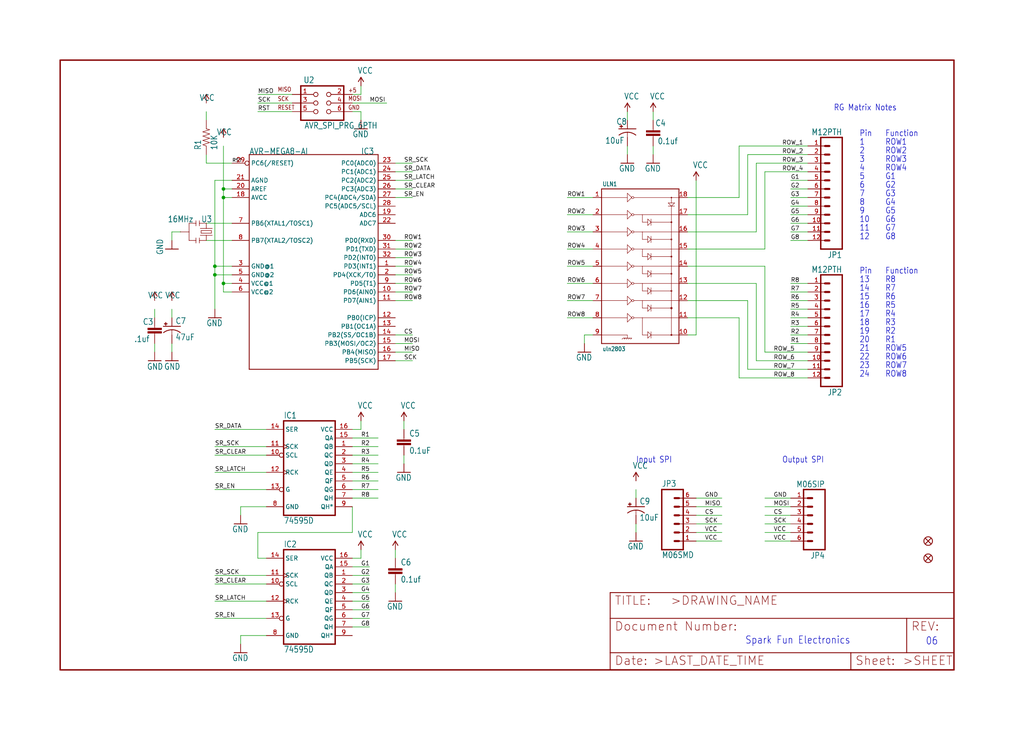
<source format=kicad_sch>
(kicad_sch (version 20211123) (generator eeschema)
  (paper "User" 302.666 218.846)
  (lib_symbols
    (symbol "eagleSchem-eagle-import:74595D"
      (property "Reference" "IC" (at -5.08 13.335 0))
      (property "Value" "74595D" (at -5.08 -17.78 0))
      (symbol "74595D_1_0"
        (pin tri_state line (at 15.24 5.08 180) (length 5.08) (name "QB") (number "1"))
        (pin input inverted (at -10.16 2.54 0) (length 5.08) (name "SCL") (number "10"))
        (pin input clock (at -10.16 5.08 0) (length 5.08) (name "SCK") (number "11"))
        (pin input clock (at -10.16 -2.54 0) (length 5.08) (name "RCK") (number "12"))
        (pin input inverted (at -10.16 -7.62 0) (length 5.08) (name "G") (number "13"))
        (pin input line (at -10.16 10.16 0) (length 5.08) (name "SER") (number "14"))
        (pin tri_state line (at 15.24 7.62 180) (length 5.08) (name "QA") (number "15"))
        (pin power_in line (at 15.24 10.16 180) (length 5.08) (name "VCC") (number "16"))
        (pin tri_state line (at 15.24 2.54 180) (length 5.08) (name "QC") (number "2"))
        (pin tri_state line (at 15.24 0 180) (length 5.08) (name "QD") (number "3"))
        (pin tri_state line (at 15.24 -2.54 180) (length 5.08) (name "QE") (number "4"))
        (pin tri_state line (at 15.24 -5.08 180) (length 5.08) (name "QF") (number "5"))
        (pin tri_state line (at 15.24 -7.62 180) (length 5.08) (name "QG") (number "6"))
        (pin tri_state line (at 15.24 -10.16 180) (length 5.08) (name "QH") (number "7"))
        (pin power_in line (at -10.16 -12.7 0) (length 5.08) (name "GND") (number "8"))
        (pin tri_state line (at 15.24 -12.7 180) (length 5.08) (name "QH*") (number "9"))
      )
    )
    (symbol "eagleSchem-eagle-import:AVR-MEGA8-AI"
      (property "Reference" "IC" (at -17.78 -40.64 0))
      (property "Value" "AVR-MEGA8-AI" (at -5.08 30.48 0))
      (symbol "AVR-MEGA8-AI_1_0"
        (pin bidirectional line (at 25.4 -5.08 180) (length 5.08) (name "PD3(INT1)") (number "1"))
        (pin bidirectional line (at 25.4 -12.7 180) (length 5.08) (name "PD6(AIN0)") (number "10"))
        (pin bidirectional line (at 25.4 -15.24 180) (length 5.08) (name "PD7(AIN1)") (number "11"))
        (pin bidirectional line (at 25.4 -20.32 180) (length 5.08) (name "PB0(ICP)") (number "12"))
        (pin bidirectional line (at 25.4 -22.86 180) (length 5.08) (name "PB1(OC1A)") (number "13"))
        (pin bidirectional line (at 25.4 -25.4 180) (length 5.08) (name "PB2(SS/OC1B)") (number "14"))
        (pin bidirectional line (at 25.4 -27.94 180) (length 5.08) (name "PB3(MOSI/OC2)") (number "15"))
        (pin bidirectional line (at 25.4 -30.48 180) (length 5.08) (name "PB4(MISO)") (number "16"))
        (pin bidirectional line (at 25.4 -33.02 180) (length 5.08) (name "PB5(SCK)") (number "17"))
        (pin bidirectional line (at -22.86 15.24 0) (length 5.08) (name "AVCC") (number "18"))
        (pin bidirectional line (at 25.4 10.16 180) (length 5.08) (name "ADC6") (number "19"))
        (pin bidirectional line (at 25.4 -7.62 180) (length 5.08) (name "PD4(XCK/T0)") (number "2"))
        (pin bidirectional line (at -22.86 17.78 0) (length 5.08) (name "AREF") (number "20"))
        (pin bidirectional line (at -22.86 20.32 0) (length 5.08) (name "AGND") (number "21"))
        (pin bidirectional line (at 25.4 7.62 180) (length 5.08) (name "ADC7") (number "22"))
        (pin bidirectional line (at 25.4 25.4 180) (length 5.08) (name "PC0(ADC0)") (number "23"))
        (pin bidirectional line (at 25.4 22.86 180) (length 5.08) (name "PC1(ADC1)") (number "24"))
        (pin bidirectional line (at 25.4 20.32 180) (length 5.08) (name "PC2(ADC2)") (number "25"))
        (pin bidirectional line (at 25.4 17.78 180) (length 5.08) (name "PC3(ADC3)") (number "26"))
        (pin bidirectional line (at 25.4 15.24 180) (length 5.08) (name "PC4(ADC4/SDA)") (number "27"))
        (pin bidirectional line (at 25.4 12.7 180) (length 5.08) (name "PC5(ADC5/SCL)") (number "28"))
        (pin bidirectional inverted (at -22.86 25.4 0) (length 5.08) (name "PC6(/RESET)") (number "29"))
        (pin bidirectional line (at -22.86 -5.08 0) (length 5.08) (name "GND@1") (number "3"))
        (pin bidirectional line (at 25.4 2.54 180) (length 5.08) (name "PD0(RXD)") (number "30"))
        (pin bidirectional line (at 25.4 0 180) (length 5.08) (name "PD1(TXD)") (number "31"))
        (pin bidirectional line (at 25.4 -2.54 180) (length 5.08) (name "PD2(INT0)") (number "32"))
        (pin bidirectional line (at -22.86 -10.16 0) (length 5.08) (name "VCC@1") (number "4"))
        (pin bidirectional line (at -22.86 -7.62 0) (length 5.08) (name "GND@2") (number "5"))
        (pin bidirectional line (at -22.86 -12.7 0) (length 5.08) (name "VCC@2") (number "6"))
        (pin bidirectional line (at -22.86 7.62 0) (length 5.08) (name "PB6(XTAL1/TOSC1)") (number "7"))
        (pin bidirectional line (at -22.86 2.54 0) (length 5.08) (name "PB7(XTAL2/TOSC2)") (number "8"))
        (pin bidirectional line (at 25.4 -10.16 180) (length 5.08) (name "PD5(T1)") (number "9"))
      )
    )
    (symbol "eagleSchem-eagle-import:AVR_SPI_PRG_6PTH"
      (property "Value" "AVR_SPI_PRG_6PTH" (at -4.064 -7.62 0))
      (symbol "AVR_SPI_PRG_6PTH_1_0"
        (text "+5" (at 8.89 3.048 0) (effects (font (size 1.27 1.0795)) (justify left bottom)))
        (text "GND" (at 8.89 -2.032 0) (effects (font (size 1.27 1.0795)) (justify left bottom)))
        (text "MISO" (at -11.938 3.302 0) (effects (font (size 1.27 1.0795)) (justify left bottom)))
        (text "MOSI" (at 8.89 0.635 0) (effects (font (size 1.27 1.0795)) (justify left bottom)))
        (text "RESET" (at -11.938 -2.032 0) (effects (font (size 1.27 1.0795)) (justify left bottom)))
        (text "SCK" (at -11.938 0.508 0) (effects (font (size 1.27 1.0795)) (justify left bottom)))
        (pin passive inverted (at -7.62 2.54 0) (length 7.62) (name "1") (number "1"))
        (pin passive inverted (at 10.16 2.54 180) (length 7.62) (name "2") (number "2"))
        (pin passive inverted (at -7.62 0 0) (length 7.62) (name "3") (number "3"))
        (pin passive inverted (at 10.16 0 180) (length 7.62) (name "4") (number "4"))
        (pin passive inverted (at -7.62 -2.54 0) (length 7.62) (name "5") (number "5"))
        (pin passive inverted (at 10.16 -2.54 180) (length 7.62) (name "6") (number "6"))
      )
    )
    (symbol "eagleSchem-eagle-import:CAP0402"
      (property "Reference" "C" (at 1.524 2.921 0))
      (property "Value" "CAP0402" (at 1.524 -2.159 0))
      (symbol "CAP0402_1_0"
        (pin passive line (at 0 5.08 270) (length 2.54) (name "1") (number "1"))
        (pin passive line (at 0 -2.54 90) (length 2.54) (name "2") (number "2"))
      )
    )
    (symbol "eagleSchem-eagle-import:CAP_POL1206"
      (property "Reference" "C" (at 1.016 0.635 0))
      (property "Value" "CAP_POL1206" (at 1.016 -4.191 0))
      (symbol "CAP_POL1206_1_0"
        (pin passive line (at 0 2.54 270) (length 2.54) (name "+") (number "A"))
        (pin passive line (at 0 -5.08 90) (length 2.54) (name "-") (number "C"))
      )
    )
    (symbol "eagleSchem-eagle-import:CAP_POL3528"
      (property "Reference" "C" (at 1.016 0.635 0))
      (property "Value" "CAP_POL3528" (at 1.016 -4.191 0))
      (symbol "CAP_POL3528_1_0"
        (pin passive line (at 0 2.54 270) (length 2.54) (name "+") (number "A"))
        (pin passive line (at 0 -5.08 90) (length 2.54) (name "-") (number "C"))
      )
    )
    (symbol "eagleSchem-eagle-import:DINA4_L"
      (symbol "DINA4_L_2_0"
        (text ">DRAWING_NAME" (at 17.78 19.05 0) (effects (font (size 2.54 2.54)) (justify left bottom)))
        (text ">LAST_DATE_TIME" (at 12.7 1.27 0) (effects (font (size 2.54 2.54)) (justify left bottom)))
        (text ">SHEET" (at 86.36 1.27 0) (effects (font (size 2.54 2.54)) (justify left bottom)))
        (text "Date:" (at 1.27 1.27 0) (effects (font (size 2.54 2.54)) (justify left bottom)))
        (text "Document Number:" (at 1.27 11.43 0) (effects (font (size 2.54 2.54)) (justify left bottom)))
        (text "REV:" (at 88.9 11.43 0) (effects (font (size 2.54 2.54)) (justify left bottom)))
        (text "Sheet:" (at 72.39 1.27 0) (effects (font (size 2.54 2.54)) (justify left bottom)))
        (text "TITLE:" (at 1.27 19.05 0) (effects (font (size 2.54 2.54)) (justify left bottom)))
      )
    )
    (symbol "eagleSchem-eagle-import:FIDUCIAL1X2")
    (symbol "eagleSchem-eagle-import:GND" (power)
      (property "Value" "GND" (at -2.54 -2.54 0))
      (symbol "GND_1_0"
        (pin power_in line (at 0 2.54 270) (length 2.54) (name "GND") (number "1"))
      )
    )
    (symbol "eagleSchem-eagle-import:M06SIP"
      (property "Reference" "JP" (at -5.08 10.922 0))
      (property "Value" "M06SIP" (at -5.08 -10.16 0))
      (symbol "M06SIP_1_0"
        (pin passive line (at 5.08 -5.08 180) (length 5.08) (name "1") (number "1"))
        (pin passive line (at 5.08 -2.54 180) (length 5.08) (name "2") (number "2"))
        (pin passive line (at 5.08 0 180) (length 5.08) (name "3") (number "3"))
        (pin passive line (at 5.08 2.54 180) (length 5.08) (name "4") (number "4"))
        (pin passive line (at 5.08 5.08 180) (length 5.08) (name "5") (number "5"))
        (pin passive line (at 5.08 7.62 180) (length 5.08) (name "6") (number "6"))
      )
    )
    (symbol "eagleSchem-eagle-import:M06SMD"
      (property "Reference" "JP" (at -5.08 10.922 0))
      (property "Value" "M06SMD" (at -5.08 -10.16 0))
      (symbol "M06SMD_1_0"
        (pin passive line (at 5.08 -5.08 180) (length 5.08) (name "1") (number "1"))
        (pin passive line (at 5.08 -2.54 180) (length 5.08) (name "2") (number "2"))
        (pin passive line (at 5.08 0 180) (length 5.08) (name "3") (number "3"))
        (pin passive line (at 5.08 2.54 180) (length 5.08) (name "4") (number "4"))
        (pin passive line (at 5.08 5.08 180) (length 5.08) (name "5") (number "5"))
        (pin passive line (at 5.08 7.62 180) (length 5.08) (name "6") (number "6"))
      )
    )
    (symbol "eagleSchem-eagle-import:M12PTH"
      (property "Reference" "JP" (at 0 16.002 0))
      (property "Value" "M12PTH" (at 0 -20.32 0))
      (symbol "M12PTH_1_0"
        (pin passive line (at 10.16 -15.24 180) (length 5.08) (name "1") (number "1"))
        (pin passive line (at 10.16 7.62 180) (length 5.08) (name "10") (number "10"))
        (pin passive line (at 10.16 10.16 180) (length 5.08) (name "11") (number "11"))
        (pin passive line (at 10.16 12.7 180) (length 5.08) (name "12") (number "12"))
        (pin passive line (at 10.16 -12.7 180) (length 5.08) (name "2") (number "2"))
        (pin passive line (at 10.16 -10.16 180) (length 5.08) (name "3") (number "3"))
        (pin passive line (at 10.16 -7.62 180) (length 5.08) (name "4") (number "4"))
        (pin passive line (at 10.16 -5.08 180) (length 5.08) (name "5") (number "5"))
        (pin passive line (at 10.16 -2.54 180) (length 5.08) (name "6") (number "6"))
        (pin passive line (at 10.16 0 180) (length 5.08) (name "7") (number "7"))
        (pin passive line (at 10.16 2.54 180) (length 5.08) (name "8") (number "8"))
        (pin passive line (at 10.16 5.08 180) (length 5.08) (name "9") (number "9"))
      )
    )
    (symbol "eagleSchem-eagle-import:RESISTOR0402"
      (property "Reference" "R" (at -3.81 1.4986 0))
      (property "Value" "RESISTOR0402" (at -3.81 -3.302 0))
      (symbol "RESISTOR0402_1_0"
        (pin passive line (at -5.08 0 0) (length 2.54) (name "1") (number "1"))
        (pin passive line (at 5.08 0 180) (length 2.54) (name "2") (number "2"))
      )
    )
    (symbol "eagleSchem-eagle-import:RESONATORSMD"
      (property "Value" "RESONATORSMD" (at 2.54 -7.62 0))
      (symbol "RESONATORSMD_1_0"
        (pin passive line (at -2.54 0 0) (length 0) (name "1") (number "1"))
        (pin passive line (at 0 -7.62 90) (length 0) (name "2") (number "2"))
        (pin passive line (at 2.54 0 180) (length 0) (name "3") (number "3"))
      )
    )
    (symbol "eagleSchem-eagle-import:ULN2803SOICW"
      (property "Reference" "ULN2803" (at -9.906 21.082 0))
      (property "Value" "ULN2803SOICW" (at -9.906 -27.686 0))
      (symbol "ULN2803SOICW_1_0"
        (pin bidirectional line (at -12.7 17.78 0) (length 2.54) (name "1") (number "1"))
        (pin bidirectional line (at 15.24 -22.86 180) (length 2.54) (name "10") (number "10"))
        (pin bidirectional line (at 15.24 -17.78 180) (length 2.54) (name "11") (number "11"))
        (pin bidirectional line (at 15.24 -12.7 180) (length 2.54) (name "12") (number "12"))
        (pin bidirectional line (at 15.24 -7.62 180) (length 2.54) (name "13") (number "13"))
        (pin bidirectional line (at 15.24 -2.54 180) (length 2.54) (name "14") (number "14"))
        (pin bidirectional line (at 15.24 2.54 180) (length 2.54) (name "15") (number "15"))
        (pin bidirectional line (at 15.24 7.62 180) (length 2.54) (name "16") (number "16"))
        (pin bidirectional line (at 15.24 12.7 180) (length 2.54) (name "17") (number "17"))
        (pin bidirectional line (at 15.24 17.78 180) (length 2.54) (name "18") (number "18"))
        (pin bidirectional line (at -12.7 12.7 0) (length 2.54) (name "2") (number "2"))
        (pin bidirectional line (at -12.7 7.62 0) (length 2.54) (name "3") (number "3"))
        (pin bidirectional line (at -12.7 2.54 0) (length 2.54) (name "4") (number "4"))
        (pin bidirectional line (at -12.7 -2.54 0) (length 2.54) (name "5") (number "5"))
        (pin bidirectional line (at -12.7 -7.62 0) (length 2.54) (name "6") (number "6"))
        (pin bidirectional line (at -12.7 -12.7 0) (length 2.54) (name "7") (number "7"))
        (pin bidirectional line (at -12.7 -17.78 0) (length 2.54) (name "8") (number "8"))
        (pin bidirectional line (at -12.7 -22.86 0) (length 2.54) (name "9") (number "9"))
      )
    )
    (symbol "eagleSchem-eagle-import:VCC" (power)
      (property "Value" "VCC" (at -1.016 3.556 0))
      (symbol "VCC_1_0"
        (pin power_in line (at 0 0 90) (length 2.54) (name "VCC") (number "1"))
      )
    )
  )
  (junction (at 66.04 83.82))
  (junction (at 63.5 81.28))
  (junction (at 63.5 78.74))
  (junction (at 66.04 55.88))
  (junction (at 66.04 58.42))
  (wire (pts (xy 226.06 73.66) (xy 226.06 50.8)))
  (wire (pts (xy 175.26 78.74) (xy 167.64 78.74)))
  (wire (pts (xy 226.06 78.74) (xy 203.2 78.74)))
  (wire (pts (xy 68.58 55.88) (xy 66.04 55.88)))
  (wire (pts (xy 104.14 177.8) (xy 109.22 177.8)))
  (wire (pts (xy 203.2 73.66) (xy 226.06 73.66)))
  (wire (pts (xy 66.04 86.36) (xy 66.04 83.82)))
  (wire (pts (xy 104.14 172.72) (xy 109.22 172.72)))
  (wire (pts (xy 172.72 99.06) (xy 172.72 101.6)))
  (wire (pts (xy 218.44 43.18) (xy 238.76 43.18)))
  (wire (pts (xy 68.58 71.12) (xy 60.96 71.12)))
  (wire (pts (xy 238.76 60.96) (xy 233.68 60.96)))
  (wire (pts (xy 104.14 165.1) (xy 106.68 165.1)))
  (wire (pts (xy 233.68 157.48) (xy 226.06 157.48)))
  (wire (pts (xy 116.84 71.12) (xy 121.92 71.12)))
  (wire (pts (xy 68.58 58.42) (xy 66.04 58.42)))
  (wire (pts (xy 175.26 68.58) (xy 167.64 68.58)))
  (wire (pts (xy 68.58 83.82) (xy 66.04 83.82)))
  (wire (pts (xy 205.74 152.4) (xy 213.36 152.4)))
  (wire (pts (xy 116.84 83.82) (xy 121.92 83.82)))
  (wire (pts (xy 220.98 45.72) (xy 238.76 45.72)))
  (wire (pts (xy 218.44 111.76) (xy 238.76 111.76)))
  (wire (pts (xy 187.96 144.78) (xy 187.96 147.32)))
  (wire (pts (xy 175.26 83.82) (xy 167.64 83.82)))
  (wire (pts (xy 76.2 33.02) (xy 86.36 33.02)))
  (wire (pts (xy 63.5 81.28) (xy 63.5 91.44)))
  (wire (pts (xy 68.58 81.28) (xy 63.5 81.28)))
  (wire (pts (xy 66.04 58.42) (xy 66.04 55.88)))
  (wire (pts (xy 175.26 99.06) (xy 172.72 99.06)))
  (wire (pts (xy 53.34 68.58) (xy 50.8 68.58)))
  (wire (pts (xy 66.04 48.26) (xy 60.96 48.26)))
  (wire (pts (xy 106.68 27.94) (xy 104.14 27.94)))
  (wire (pts (xy 175.26 93.98) (xy 167.64 93.98)))
  (wire (pts (xy 104.14 137.16) (xy 111.76 137.16)))
  (wire (pts (xy 104.14 175.26) (xy 109.22 175.26)))
  (wire (pts (xy 238.76 66.04) (xy 233.68 66.04)))
  (wire (pts (xy 116.84 48.26) (xy 121.92 48.26)))
  (wire (pts (xy 116.84 81.28) (xy 121.92 81.28)))
  (wire (pts (xy 71.12 149.86) (xy 71.12 152.4)))
  (wire (pts (xy 223.52 68.58) (xy 223.52 48.26)))
  (wire (pts (xy 233.68 154.94) (xy 226.06 154.94)))
  (wire (pts (xy 238.76 63.5) (xy 233.68 63.5)))
  (wire (pts (xy 187.96 154.94) (xy 187.96 157.48)))
  (wire (pts (xy 238.76 88.9) (xy 233.68 88.9)))
  (wire (pts (xy 78.74 182.88) (xy 63.5 182.88)))
  (wire (pts (xy 116.84 76.2) (xy 121.92 76.2)))
  (wire (pts (xy 238.76 101.6) (xy 233.68 101.6)))
  (wire (pts (xy 76.2 30.48) (xy 86.36 30.48)))
  (wire (pts (xy 238.76 91.44) (xy 233.68 91.44)))
  (wire (pts (xy 238.76 109.22) (xy 220.98 109.22)))
  (wire (pts (xy 45.72 93.98) (xy 45.72 91.44)))
  (wire (pts (xy 78.74 139.7) (xy 63.5 139.7)))
  (wire (pts (xy 223.52 106.68) (xy 238.76 106.68)))
  (wire (pts (xy 78.74 149.86) (xy 71.12 149.86)))
  (wire (pts (xy 220.98 88.9) (xy 203.2 88.9)))
  (wire (pts (xy 116.84 175.26) (xy 116.84 172.72)))
  (wire (pts (xy 50.8 68.58) (xy 50.8 71.12)))
  (wire (pts (xy 203.2 63.5) (xy 220.98 63.5)))
  (wire (pts (xy 76.2 27.94) (xy 86.36 27.94)))
  (wire (pts (xy 78.74 127) (xy 63.5 127)))
  (wire (pts (xy 116.84 104.14) (xy 121.92 104.14)))
  (wire (pts (xy 226.06 50.8) (xy 238.76 50.8)))
  (wire (pts (xy 203.2 68.58) (xy 223.52 68.58)))
  (wire (pts (xy 116.84 50.8) (xy 121.92 50.8)))
  (wire (pts (xy 185.42 33.02) (xy 185.42 35.56)))
  (wire (pts (xy 104.14 132.08) (xy 111.76 132.08)))
  (wire (pts (xy 238.76 83.82) (xy 233.68 83.82)))
  (wire (pts (xy 205.74 147.32) (xy 213.36 147.32)))
  (wire (pts (xy 116.84 165.1) (xy 116.84 162.56)))
  (wire (pts (xy 116.84 99.06) (xy 121.92 99.06)))
  (wire (pts (xy 50.8 93.98) (xy 50.8 91.44)))
  (wire (pts (xy 66.04 48.26) (xy 66.04 43.18)))
  (wire (pts (xy 205.74 154.94) (xy 213.36 154.94)))
  (wire (pts (xy 238.76 93.98) (xy 233.68 93.98)))
  (wire (pts (xy 203.2 99.06) (xy 205.74 99.06)))
  (wire (pts (xy 104.14 127) (xy 106.68 127)))
  (wire (pts (xy 71.12 187.96) (xy 71.12 190.5)))
  (wire (pts (xy 233.68 147.32) (xy 226.06 147.32)))
  (wire (pts (xy 66.04 48.26) (xy 66.04 55.88)))
  (wire (pts (xy 104.14 167.64) (xy 109.22 167.64)))
  (wire (pts (xy 60.96 48.26) (xy 60.96 45.72)))
  (wire (pts (xy 78.74 144.78) (xy 63.5 144.78)))
  (wire (pts (xy 45.72 101.6) (xy 45.72 104.14)))
  (wire (pts (xy 68.58 48.26) (xy 66.04 48.26)))
  (wire (pts (xy 63.5 53.34) (xy 63.5 78.74)))
  (wire (pts (xy 185.42 45.72) (xy 185.42 43.18)))
  (wire (pts (xy 78.74 172.72) (xy 63.5 172.72)))
  (wire (pts (xy 205.74 99.06) (xy 205.74 53.34)))
  (wire (pts (xy 218.44 93.98) (xy 218.44 111.76)))
  (wire (pts (xy 104.14 182.88) (xy 109.22 182.88)))
  (wire (pts (xy 104.14 30.48) (xy 114.3 30.48)))
  (wire (pts (xy 106.68 165.1) (xy 106.68 162.56)))
  (wire (pts (xy 226.06 78.74) (xy 226.06 104.14)))
  (wire (pts (xy 66.04 83.82) (xy 66.04 58.42)))
  (wire (pts (xy 175.26 73.66) (xy 167.64 73.66)))
  (wire (pts (xy 76.2 165.1) (xy 76.2 157.48)))
  (wire (pts (xy 104.14 139.7) (xy 111.76 139.7)))
  (wire (pts (xy 104.14 185.42) (xy 109.22 185.42)))
  (wire (pts (xy 233.68 160.02) (xy 226.06 160.02)))
  (wire (pts (xy 116.84 88.9) (xy 121.92 88.9)))
  (wire (pts (xy 104.14 157.48) (xy 104.14 149.86)))
  (wire (pts (xy 116.84 86.36) (xy 121.92 86.36)))
  (wire (pts (xy 238.76 58.42) (xy 233.68 58.42)))
  (wire (pts (xy 63.5 78.74) (xy 63.5 81.28)))
  (wire (pts (xy 104.14 142.24) (xy 111.76 142.24)))
  (wire (pts (xy 205.74 157.48) (xy 213.36 157.48)))
  (wire (pts (xy 175.26 88.9) (xy 167.64 88.9)))
  (wire (pts (xy 193.04 35.56) (xy 193.04 33.02)))
  (wire (pts (xy 78.74 132.08) (xy 63.5 132.08)))
  (wire (pts (xy 238.76 55.88) (xy 233.68 55.88)))
  (wire (pts (xy 68.58 78.74) (xy 63.5 78.74)))
  (wire (pts (xy 68.58 53.34) (xy 63.5 53.34)))
  (wire (pts (xy 205.74 160.02) (xy 213.36 160.02)))
  (wire (pts (xy 218.44 58.42) (xy 218.44 43.18)))
  (wire (pts (xy 238.76 68.58) (xy 233.68 68.58)))
  (wire (pts (xy 104.14 147.32) (xy 111.76 147.32)))
  (wire (pts (xy 116.84 53.34) (xy 121.92 53.34)))
  (wire (pts (xy 238.76 104.14) (xy 226.06 104.14)))
  (wire (pts (xy 78.74 177.8) (xy 63.5 177.8)))
  (wire (pts (xy 104.14 129.54) (xy 111.76 129.54)))
  (wire (pts (xy 50.8 101.6) (xy 50.8 104.14)))
  (wire (pts (xy 220.98 63.5) (xy 220.98 45.72)))
  (wire (pts (xy 116.84 101.6) (xy 121.92 101.6)))
  (wire (pts (xy 116.84 73.66) (xy 121.92 73.66)))
  (wire (pts (xy 104.14 170.18) (xy 109.22 170.18)))
  (wire (pts (xy 104.14 144.78) (xy 111.76 144.78)))
  (wire (pts (xy 175.26 58.42) (xy 167.64 58.42)))
  (wire (pts (xy 238.76 71.12) (xy 233.68 71.12)))
  (wire (pts (xy 233.68 152.4) (xy 226.06 152.4)))
  (wire (pts (xy 238.76 53.34) (xy 233.68 53.34)))
  (wire (pts (xy 116.84 106.68) (xy 121.92 106.68)))
  (wire (pts (xy 104.14 180.34) (xy 109.22 180.34)))
  (wire (pts (xy 106.68 127) (xy 106.68 124.46)))
  (wire (pts (xy 203.2 83.82) (xy 223.52 83.82)))
  (wire (pts (xy 220.98 109.22) (xy 220.98 88.9)))
  (wire (pts (xy 238.76 99.06) (xy 233.68 99.06)))
  (wire (pts (xy 78.74 187.96) (xy 71.12 187.96)))
  (wire (pts (xy 78.74 165.1) (xy 76.2 165.1)))
  (wire (pts (xy 119.38 127) (xy 119.38 124.46)))
  (wire (pts (xy 76.2 157.48) (xy 104.14 157.48)))
  (wire (pts (xy 203.2 93.98) (xy 218.44 93.98)))
  (wire (pts (xy 60.96 35.56) (xy 60.96 33.02)))
  (wire (pts (xy 116.84 55.88) (xy 121.92 55.88)))
  (wire (pts (xy 104.14 33.02) (xy 106.68 33.02)))
  (wire (pts (xy 175.26 63.5) (xy 167.64 63.5)))
  (wire (pts (xy 223.52 48.26) (xy 238.76 48.26)))
  (wire (pts (xy 116.84 78.74) (xy 121.92 78.74)))
  (wire (pts (xy 238.76 86.36) (xy 233.68 86.36)))
  (wire (pts (xy 205.74 149.86) (xy 213.36 149.86)))
  (wire (pts (xy 78.74 170.18) (xy 63.5 170.18)))
  (wire (pts (xy 106.68 27.94) (xy 106.68 25.4)))
  (wire (pts (xy 78.74 134.62) (xy 63.5 134.62)))
  (wire (pts (xy 193.04 45.72) (xy 193.04 43.18)))
  (wire (pts (xy 233.68 149.86) (xy 226.06 149.86)))
  (wire (pts (xy 68.58 66.04) (xy 60.96 66.04)))
  (wire (pts (xy 223.52 83.82) (xy 223.52 106.68)))
  (wire (pts (xy 104.14 134.62) (xy 111.76 134.62)))
  (wire (pts (xy 119.38 137.16) (xy 119.38 134.62)))
  (wire (pts (xy 238.76 96.52) (xy 233.68 96.52)))
  (wire (pts (xy 68.58 86.36) (xy 66.04 86.36)))
  (wire (pts (xy 106.68 33.02) (xy 106.68 35.56)))
  (wire (pts (xy 116.84 58.42) (xy 121.92 58.42)))
  (wire (pts (xy 203.2 58.42) (xy 218.44 58.42)))
  (text "R4" (at 261.62 93.98 180) (effects (font (size 1.778 1.5113)) (justify left bottom)))
  (text "R6" (at 261.62 88.9 180) (effects (font (size 1.778 1.5113)) (justify left bottom)))
  (text "ROW5" (at 261.62 104.14 180) (effects (font (size 1.778 1.5113)) (justify left bottom)))
  (text "G4" (at 261.62 60.96 180) (effects (font (size 1.778 1.5113)) (justify left bottom)))
  (text "G5" (at 261.62 63.5 180) (effects (font (size 1.778 1.5113)) (justify left bottom)))
  (text "G2" (at 261.62 55.88 180) (effects (font (size 1.778 1.5113)) (justify left bottom)))
  (text "ROW8" (at 261.62 111.76 180) (effects (font (size 1.778 1.5113)) (justify left bottom)))
  (text "Function" (at 261.62 81.28 180) (effects (font (size 1.778 1.5113)) (justify left bottom)))
  (text "1" (at 254 43.18 180) (effects (font (size 1.778 1.5113)) (justify left bottom)))
  (text "19" (at 254 99.06 180) (effects (font (size 1.778 1.5113)) (justify left bottom)))
  (text "ROW4" (at 261.62 50.8 180) (effects (font (size 1.778 1.5113)) (justify left bottom)))
  (text "Pin" (at 254 40.64 180) (effects (font (size 1.778 1.5113)) (justify left bottom)))
  (text "G8" (at 261.62 71.12 180) (effects (font (size 1.778 1.5113)) (justify left bottom)))
  (text "R3" (at 261.62 96.52 180) (effects (font (size 1.778 1.5113)) (justify left bottom)))
  (text "16" (at 254 91.44 180) (effects (font (size 1.778 1.5113)) (justify left bottom)))
  (text "ROW7" (at 261.62 109.22 180) (effects (font (size 1.778 1.5113)) (justify left bottom)))
  (text "6" (at 254 55.88 180) (effects (font (size 1.778 1.5113)) (justify left bottom)))
  (text "R1" (at 261.62 101.6 180) (effects (font (size 1.778 1.5113)) (justify left bottom)))
  (text "2" (at 254 45.72 180) (effects (font (size 1.778 1.5113)) (justify left bottom)))
  (text "G3" (at 261.62 58.42 180) (effects (font (size 1.778 1.5113)) (justify left bottom)))
  (text "23" (at 254 109.22 180) (effects (font (size 1.778 1.5113)) (justify left bottom)))
  (text "R5" (at 261.62 91.44 180) (effects (font (size 1.778 1.5113)) (justify left bottom)))
  (text "8" (at 254 60.96 180) (effects (font (size 1.778 1.5113)) (justify left bottom)))
  (text "4" (at 254 50.8 180) (effects (font (size 1.778 1.5113)) (justify left bottom)))
  (text "R7" (at 261.62 86.36 180) (effects (font (size 1.778 1.5113)) (justify left bottom)))
  (text "ROW3" (at 261.62 48.26 180) (effects (font (size 1.778 1.5113)) (justify left bottom)))
  (text "R8" (at 261.62 83.82 180) (effects (font (size 1.778 1.5113)) (justify left bottom)))
  (text "Input SPI" (at 187.96 137.16 180) (effects (font (size 1.778 1.5113)) (justify left bottom)))
  (text "7" (at 254 58.42 180) (effects (font (size 1.778 1.5113)) (justify left bottom)))
  (text "G7" (at 261.62 68.58 180) (effects (font (size 1.778 1.5113)) (justify left bottom)))
  (text "5" (at 254 53.34 180) (effects (font (size 1.778 1.5113)) (justify left bottom)))
  (text "06" (at 273.558 191.008 180) (effects (font (size 2.1844 1.8567)) (justify left bottom)))
  (text "9" (at 254 63.5 180) (effects (font (size 1.778 1.5113)) (justify left bottom)))
  (text "17" (at 254 93.98 180) (effects (font (size 1.778 1.5113)) (justify left bottom)))
  (text "ROW2" (at 261.62 45.72 180) (effects (font (size 1.778 1.5113)) (justify left bottom)))
  (text "18" (at 254 96.52 180) (effects (font (size 1.778 1.5113)) (justify left bottom)))
  (text "RG Matrix Notes" (at 246.38 33.02 180) (effects (font (size 1.778 1.5113)) (justify left bottom)))
  (text "Function" (at 261.62 40.64 180) (effects (font (size 1.778 1.5113)) (justify left bottom)))
  (text "20" (at 254 101.6 180) (effects (font (size 1.778 1.5113)) (justify left bottom)))
  (text "G1" (at 261.62 53.34 180) (effects (font (size 1.778 1.5113)) (justify left bottom)))
  (text "G6" (at 261.62 66.04 180) (effects (font (size 1.778 1.5113)) (justify left bottom)))
  (text "24" (at 254 111.76 180) (effects (font (size 1.778 1.5113)) (justify left bottom)))
  (text "13" (at 254 83.82 180) (effects (font (size 1.778 1.5113)) (justify left bottom)))
  (text "15" (at 254 88.9 180) (effects (font (size 1.778 1.5113)) (justify left bottom)))
  (text "Spark Fun Electronics" (at 220.218 190.754 180) (effects (font (size 2.1844 1.8567)) (justify left bottom)))
  (text "12" (at 254 71.12 180) (effects (font (size 1.778 1.5113)) (justify left bottom)))
  (text "Pin" (at 254 81.28 180) (effects (font (size 1.778 1.5113)) (justify left bottom)))
  (text "ROW6" (at 261.62 106.68 180) (effects (font (size 1.778 1.5113)) (justify left bottom)))
  (text "Output SPI" (at 231.14 137.16 180) (effects (font (size 1.778 1.5113)) (justify left bottom)))
  (text "22" (at 254 106.68 180) (effects (font (size 1.778 1.5113)) (justify left bottom)))
  (text "21" (at 254 104.14 180) (effects (font (size 1.778 1.5113)) (justify left bottom)))
  (text "11" (at 254 68.58 180) (effects (font (size 1.778 1.5113)) (justify left bottom)))
  (text "3" (at 254 48.26 180) (effects (font (size 1.778 1.5113)) (justify left bottom)))
  (text "R2" (at 261.62 99.06 180) (effects (font (size 1.778 1.5113)) (justify left bottom)))
  (text "14" (at 254 86.36 180) (effects (font (size 1.778 1.5113)) (justify left bottom)))
  (text "10" (at 254 66.04 180) (effects (font (size 1.778 1.5113)) (justify left bottom)))
  (text "ROW1" (at 261.62 43.18 180) (effects (font (size 1.778 1.5113)) (justify left bottom)))
  (label "R4" (at 106.68 137.16 0) (effects (font (size 1.2446 1.2446))))
  (label "SR_SCK" (at 63.5 170.18 0) (effects (font (size 1.2446 1.2446))))
  (label "ROW5" (at 167.64 78.74 0) (effects (font (size 1.2446 1.2446))))
  (label "GND" (at 228.6 147.32 0) (effects (font (size 1.2446 1.2446))))
  (label "R3" (at 233.68 96.52 0) (effects (font (size 1.2446 1.2446))))
  (label "SR_DATA" (at 63.5 127 0) (effects (font (size 1.2446 1.2446))))
  (label "VCC" (at 208.28 157.48 0) (effects (font (size 1.2446 1.2446))))
  (label "ROW3" (at 119.38 76.2 0) (effects (font (size 1.2446 1.2446))))
  (label "G5" (at 233.68 63.5 0) (effects (font (size 1.2446 1.2446))))
  (label "R6" (at 233.68 88.9 0) (effects (font (size 1.2446 1.2446))))
  (label "SCK" (at 119.38 106.68 0) (effects (font (size 1.2446 1.2446))))
  (label "R6" (at 106.68 142.24 0) (effects (font (size 1.2446 1.2446))))
  (label "ROW_7" (at 228.6 109.22 0) (effects (font (size 1.2446 1.2446))))
  (label "SR_SCK" (at 63.5 132.08 0) (effects (font (size 1.2446 1.2446))))
  (label "G1" (at 233.68 53.34 0) (effects (font (size 1.2446 1.2446))))
  (label "ROW_3" (at 231.14 48.26 0) (effects (font (size 1.2446 1.2446))))
  (label "SR_CLEAR" (at 63.5 134.62 0) (effects (font (size 1.2446 1.2446))))
  (label "SCK" (at 208.28 154.94 0) (effects (font (size 1.2446 1.2446))))
  (label "ROW_4" (at 231.14 50.8 0) (effects (font (size 1.2446 1.2446))))
  (label "G5" (at 106.68 177.8 0) (effects (font (size 1.2446 1.2446))))
  (label "GND" (at 208.28 147.32 0) (effects (font (size 1.2446 1.2446))))
  (label "RST" (at 76.2 33.02 0) (effects (font (size 1.2446 1.2446))))
  (label "SR_LATCH" (at 63.5 177.8 0) (effects (font (size 1.2446 1.2446))))
  (label "G2" (at 106.68 170.18 0) (effects (font (size 1.2446 1.2446))))
  (label "SR_EN" (at 63.5 182.88 0) (effects (font (size 1.2446 1.2446))))
  (label "R2" (at 233.68 99.06 0) (effects (font (size 1.2446 1.2446))))
  (label "SR_CLEAR" (at 119.38 55.88 0) (effects (font (size 1.2446 1.2446))))
  (label "SR_EN" (at 119.38 58.42 0) (effects (font (size 1.2446 1.2446))))
  (label "RST" (at 68.58 48.26 0) (effects (font (size 1.016 1.016))))
  (label "G8" (at 233.68 71.12 0) (effects (font (size 1.2446 1.2446))))
  (label "MISO" (at 208.28 149.86 0) (effects (font (size 1.2446 1.2446))))
  (label "SR_SCK" (at 119.38 48.26 0) (effects (font (size 1.2446 1.2446))))
  (label "G4" (at 106.68 175.26 0) (effects (font (size 1.2446 1.2446))))
  (label "ROW_1" (at 231.14 43.18 0) (effects (font (size 1.2446 1.2446))))
  (label "ROW_8" (at 228.6 111.76 0) (effects (font (size 1.2446 1.2446))))
  (label "ROW4" (at 119.38 78.74 0) (effects (font (size 1.2446 1.2446))))
  (label "ROW_6" (at 228.6 106.68 0) (effects (font (size 1.2446 1.2446))))
  (label "ROW4" (at 167.64 73.66 0) (effects (font (size 1.2446 1.2446))))
  (label "CS" (at 208.28 152.4 0) (effects (font (size 1.2446 1.2446))))
  (label "ROW7" (at 119.38 86.36 0) (effects (font (size 1.2446 1.2446))))
  (label "CS" (at 228.6 152.4 0) (effects (font (size 1.2446 1.2446))))
  (label "MISO" (at 76.2 27.94 0) (effects (font (size 1.2446 1.2446))))
  (label "R8" (at 106.68 147.32 0) (effects (font (size 1.2446 1.2446))))
  (label "ROW2" (at 119.38 73.66 0) (effects (font (size 1.2446 1.2446))))
  (label "R4" (at 233.68 93.98 0) (effects (font (size 1.2446 1.2446))))
  (label "ROW7" (at 167.64 88.9 0) (effects (font (size 1.2446 1.2446))))
  (label "G7" (at 233.68 68.58 0) (effects (font (size 1.2446 1.2446))))
  (label "ROW1" (at 167.64 58.42 0) (effects (font (size 1.2446 1.2446))))
  (label "MOSI" (at 119.38 101.6 0) (effects (font (size 1.2446 1.2446))))
  (label "SR_DATA" (at 119.38 50.8 0) (effects (font (size 1.2446 1.2446))))
  (label "ROW1" (at 119.38 71.12 0) (effects (font (size 1.2446 1.2446))))
  (label "MOSI" (at 109.22 30.48 0) (effects (font (size 1.2446 1.2446))))
  (label "SR_CLEAR" (at 63.5 172.72 0) (effects (font (size 1.2446 1.2446))))
  (label "ROW2" (at 167.64 63.5 0) (effects (font (size 1.2446 1.2446))))
  (label "MOSI" (at 228.6 149.86 0) (effects (font (size 1.2446 1.2446))))
  (label "R1" (at 233.68 101.6 0) (effects (font (size 1.2446 1.2446))))
  (label "SR_LATCH" (at 119.38 53.34 0) (effects (font (size 1.2446 1.2446))))
  (label "SCK" (at 76.2 30.48 0) (effects (font (size 1.2446 1.2446))))
  (label "ROW8" (at 167.64 93.98 0) (effects (font (size 1.2446 1.2446))))
  (label "ROW8" (at 119.38 88.9 0) (effects (font (size 1.2446 1.2446))))
  (label "CS" (at 119.38 99.06 0) (effects (font (size 1.2446 1.2446))))
  (label "SR_EN" (at 63.5 144.78 0) (effects (font (size 1.2446 1.2446))))
  (label "G7" (at 106.68 182.88 0) (effects (font (size 1.2446 1.2446))))
  (label "ROW6" (at 119.38 83.82 0) (effects (font (size 1.2446 1.2446))))
  (label "VCC" (at 208.28 160.02 0) (effects (font (size 1.2446 1.2446))))
  (label "G1" (at 106.68 167.64 0) (effects (font (size 1.2446 1.2446))))
  (label "ROW3" (at 167.64 68.58 0) (effects (font (size 1.2446 1.2446))))
  (label "R3" (at 106.68 134.62 0) (effects (font (size 1.2446 1.2446))))
  (label "ROW6" (at 167.64 83.82 0) (effects (font (size 1.2446 1.2446))))
  (label "G2" (at 233.68 55.88 0) (effects (font (size 1.2446 1.2446))))
  (label "ROW_5" (at 228.6 104.14 0) (effects (font (size 1.2446 1.2446))))
  (label "G3" (at 106.68 172.72 0) (effects (font (size 1.2446 1.2446))))
  (label "R7" (at 106.68 144.78 0) (effects (font (size 1.2446 1.2446))))
  (label "VCC" (at 228.6 157.48 0) (effects (font (size 1.2446 1.2446))))
  (label "R5" (at 106.68 139.7 0) (effects (font (size 1.2446 1.2446))))
  (label "R2" (at 106.68 132.08 0) (effects (font (size 1.2446 1.2446))))
  (label "R5" (at 233.68 91.44 0) (effects (font (size 1.2446 1.2446))))
  (label "VCC" (at 228.6 160.02 0) (effects (font (size 1.2446 1.2446))))
  (label "R7" (at 233.68 86.36 0) (effects (font (size 1.2446 1.2446))))
  (label "G4" (at 233.68 60.96 0) (effects (font (size 1.2446 1.2446))))
  (label "R8" (at 233.68 83.82 0) (effects (font (size 1.2446 1.2446))))
  (label "ROW5" (at 119.38 81.28 0) (effects (font (size 1.2446 1.2446))))
  (label "ROW_2" (at 231.14 45.72 0) (effects (font (size 1.2446 1.2446))))
  (label "R1" (at 106.68 129.54 0) (effects (font (size 1.2446 1.2446))))
  (label "G3" (at 233.68 58.42 0) (effects (font (size 1.2446 1.2446))))
  (label "G6" (at 106.68 180.34 0) (effects (font (size 1.2446 1.2446))))
  (label "MISO" (at 119.38 104.14 0) (effects (font (size 1.2446 1.2446))))
  (label "SR_LATCH" (at 63.5 139.7 0) (effects (font (size 1.2446 1.2446))))
  (label "SCK" (at 228.6 154.94 0) (effects (font (size 1.2446 1.2446))))
  (label "G8" (at 106.68 185.42 0) (effects (font (size 1.2446 1.2446))))
  (label "G6" (at 233.68 66.04 0) (effects (font (size 1.2446 1.2446))))
  (symbol (lib_id "eagleSchem-eagle-import:CAP_POL1206") (at 187.96 149.86 0) (unit 1)
    (property "Reference" "C9" (at 188.976 149.225 0) (effects (font (size 1.778 1.5113)) (justify left bottom)))
    (property "Value" "10uF" (at 188.976 154.051 0) (effects (font (size 1.778 1.5113)) (justify left bottom)))
    (property "Footprint" "eagleSchem:EIA3216" (effects hide))
  )
  (symbol (lib_id "eagleSchem-eagle-import:GND") (at 187.96 160.02 0) (unit 1)
    (property "Reference" "#GND14" (effects hide))
    (property "Value" "GND" (at 185.42 162.56 0) (effects (font (size 1.778 1.5113)) (justify left bottom)))
    (property "Footprint" "eagleSchem:" (effects hide))
  )
  (symbol (lib_id "eagleSchem-eagle-import:VCC") (at 193.04 33.02 0) (unit 1)
    (property "Reference" "#P+9" (effects hide))
    (property "Value" "VCC" (at 192.024 29.464 0) (effects (font (size 1.778 1.5113)) (justify left bottom)))
    (property "Footprint" "eagleSchem:" (effects hide))
  )
  (symbol (lib_id "eagleSchem-eagle-import:VCC") (at 187.96 142.24 0) (unit 1)
    (property "Reference" "#P+11" (effects hide))
    (property "Value" "VCC" (at 186.944 138.684 0) (effects (font (size 1.778 1.5113)) (justify left bottom)))
    (property "Footprint" "eagleSchem:" (effects hide))
  )
  (symbol (lib_id "eagleSchem-eagle-import:VCC") (at 205.74 53.34 0) (unit 1)
    (property "Reference" "#P+4" (effects hide))
    (property "Value" "VCC" (at 204.724 49.784 0) (effects (font (size 1.778 1.5113)) (justify left bottom)))
    (property "Footprint" "eagleSchem:" (effects hide))
  )
  (symbol (lib_id "eagleSchem-eagle-import:M06SMD") (at 200.66 154.94 0) (unit 1)
    (property "Reference" "JP3" (at 195.58 144.018 0) (effects (font (size 1.778 1.5113)) (justify left bottom)))
    (property "Value" "M06SMD" (at 195.58 165.1 0) (effects (font (size 1.778 1.5113)) (justify left bottom)))
    (property "Footprint" "eagleSchem:1X06-SMD" (effects hide))
  )
  (symbol (lib_id "eagleSchem-eagle-import:VCC") (at 50.8 88.9 0) (unit 1)
    (property "Reference" "#P+13" (effects hide))
    (property "Value" "VCC" (at 53.34 86.36 0) (effects (font (size 1.778 1.5113)) (justify right top)))
    (property "Footprint" "eagleSchem:" (effects hide))
  )
  (symbol (lib_id "eagleSchem-eagle-import:CAP0402") (at 116.84 170.18 0) (unit 1)
    (property "Reference" "C6" (at 118.364 167.259 0) (effects (font (size 1.778 1.5113)) (justify left bottom)))
    (property "Value" "0.1uf" (at 118.364 172.339 0) (effects (font (size 1.778 1.5113)) (justify left bottom)))
    (property "Footprint" "eagleSchem:C0402" (effects hide))
  )
  (symbol (lib_id "eagleSchem-eagle-import:FIDUCIAL1X2") (at 274.32 160.02 0) (unit 1)
    (property "Reference" "U$1" (effects hide))
    (property "Value" "FIDUCIAL1X2" (effects hide))
    (property "Footprint" "eagleSchem:FIDUCIAL-1X2" (effects hide))
  )
  (symbol (lib_id "eagleSchem-eagle-import:GND") (at 185.42 48.26 0) (unit 1)
    (property "Reference" "#GND10" (effects hide))
    (property "Value" "GND" (at 182.88 50.8 0) (effects (font (size 1.778 1.5113)) (justify left bottom)))
    (property "Footprint" "eagleSchem:" (effects hide))
  )
  (symbol (lib_id "eagleSchem-eagle-import:CAP0402") (at 193.04 38.1 180) (unit 1)
    (property "Reference" "C4" (at 196.85 35.433 0) (effects (font (size 1.778 1.5113)) (justify left bottom)))
    (property "Value" "0.1uf" (at 200.406 40.767 0) (effects (font (size 1.778 1.5113)) (justify left bottom)))
    (property "Footprint" "eagleSchem:C0402" (effects hide))
  )
  (symbol (lib_id "eagleSchem-eagle-import:GND") (at 71.12 193.04 0) (unit 1)
    (property "Reference" "#GND5" (effects hide))
    (property "Value" "GND" (at 68.58 195.58 0) (effects (font (size 1.778 1.5113)) (justify left bottom)))
    (property "Footprint" "eagleSchem:" (effects hide))
  )
  (symbol (lib_id "eagleSchem-eagle-import:GND") (at 106.68 38.1 0) (unit 1)
    (property "Reference" "#GND12" (effects hide))
    (property "Value" "GND" (at 104.14 40.64 0) (effects (font (size 1.778 1.5113)) (justify left bottom)))
    (property "Footprint" "eagleSchem:" (effects hide))
  )
  (symbol (lib_id "eagleSchem-eagle-import:74595D") (at 88.9 175.26 0) (unit 1)
    (property "Reference" "IC2" (at 83.82 161.925 0) (effects (font (size 1.778 1.5113)) (justify left bottom)))
    (property "Value" "74595D" (at 83.82 193.04 0) (effects (font (size 1.778 1.5113)) (justify left bottom)))
    (property "Footprint" "eagleSchem:SO16" (effects hide))
  )
  (symbol (lib_id "eagleSchem-eagle-import:FIDUCIAL1X2") (at 274.32 165.1 0) (unit 1)
    (property "Reference" "U$3" (effects hide))
    (property "Value" "FIDUCIAL1X2" (effects hide))
    (property "Footprint" "eagleSchem:FIDUCIAL-1X2" (effects hide))
  )
  (symbol (lib_id "eagleSchem-eagle-import:CAP0402") (at 119.38 132.08 0) (unit 1)
    (property "Reference" "C5" (at 120.904 129.159 0) (effects (font (size 1.778 1.5113)) (justify left bottom)))
    (property "Value" "0.1uF" (at 120.904 134.239 0) (effects (font (size 1.778 1.5113)) (justify left bottom)))
    (property "Footprint" "eagleSchem:C0402" (effects hide))
  )
  (symbol (lib_id "eagleSchem-eagle-import:DINA4_L") (at 17.78 198.12 0) (unit 1)
    (property "Reference" "#FRAME1" (effects hide))
    (property "Value" "DINA4_L" (effects hide))
    (property "Footprint" "eagleSchem:" (effects hide))
  )
  (symbol (lib_id "eagleSchem-eagle-import:VCC") (at 45.72 88.9 0) (unit 1)
    (property "Reference" "#P+14" (effects hide))
    (property "Value" "VCC" (at 48.26 86.36 0) (effects (font (size 1.778 1.5113)) (justify right top)))
    (property "Footprint" "eagleSchem:" (effects hide))
  )
  (symbol (lib_id "eagleSchem-eagle-import:CAP0402") (at 45.72 99.06 0) (unit 1)
    (property "Reference" "C3" (at 42.164 96.139 0) (effects (font (size 1.778 1.5113)) (justify left bottom)))
    (property "Value" ".1uf" (at 39.624 101.219 0) (effects (font (size 1.778 1.5113)) (justify left bottom)))
    (property "Footprint" "eagleSchem:C0402" (effects hide))
  )
  (symbol (lib_id "eagleSchem-eagle-import:GND") (at 71.12 154.94 0) (unit 1)
    (property "Reference" "#GND4" (effects hide))
    (property "Value" "GND" (at 68.58 157.48 0) (effects (font (size 1.778 1.5113)) (justify left bottom)))
    (property "Footprint" "eagleSchem:" (effects hide))
  )
  (symbol (lib_id "eagleSchem-eagle-import:CAP_POL1206") (at 185.42 38.1 0) (unit 1)
    (property "Reference" "C8" (at 182.118 36.957 0) (effects (font (size 1.778 1.5113)) (justify left bottom)))
    (property "Value" "10uF" (at 178.816 42.545 0) (effects (font (size 1.778 1.5113)) (justify left bottom)))
    (property "Footprint" "eagleSchem:EIA3216" (effects hide))
  )
  (symbol (lib_id "eagleSchem-eagle-import:GND") (at 116.84 177.8 0) (unit 1)
    (property "Reference" "#GND7" (effects hide))
    (property "Value" "GND" (at 114.3 180.34 0) (effects (font (size 1.778 1.5113)) (justify left bottom)))
    (property "Footprint" "eagleSchem:" (effects hide))
  )
  (symbol (lib_id "eagleSchem-eagle-import:74595D") (at 88.9 137.16 0) (unit 1)
    (property "Reference" "IC1" (at 83.82 123.825 0) (effects (font (size 1.778 1.5113)) (justify left bottom)))
    (property "Value" "74595D" (at 83.82 154.94 0) (effects (font (size 1.778 1.5113)) (justify left bottom)))
    (property "Footprint" "eagleSchem:SO16" (effects hide))
  )
  (symbol (lib_id "eagleSchem-eagle-import:VCC") (at 66.04 40.64 0) (unit 1)
    (property "Reference" "#P+1" (effects hide))
    (property "Value" "VCC" (at 68.58 38.1 0) (effects (font (size 1.778 1.5113)) (justify right top)))
    (property "Footprint" "eagleSchem:" (effects hide))
  )
  (symbol (lib_id "eagleSchem-eagle-import:M12PTH") (at 248.92 58.42 180) (unit 1)
    (property "Reference" "JP1" (at 248.92 74.422 0) (effects (font (size 1.778 1.5113)) (justify left bottom)))
    (property "Value" "M12PTH" (at 248.92 38.1 0) (effects (font (size 1.778 1.5113)) (justify left bottom)))
    (property "Footprint" "eagleSchem:1X12" (effects hide))
  )
  (symbol (lib_id "eagleSchem-eagle-import:VCC") (at 106.68 25.4 0) (unit 1)
    (property "Reference" "#P+7" (effects hide))
    (property "Value" "VCC" (at 105.664 21.844 0) (effects (font (size 1.778 1.5113)) (justify left bottom)))
    (property "Footprint" "eagleSchem:" (effects hide))
  )
  (symbol (lib_id "eagleSchem-eagle-import:VCC") (at 106.68 124.46 0) (unit 1)
    (property "Reference" "#P+3" (effects hide))
    (property "Value" "VCC" (at 105.664 120.904 0) (effects (font (size 1.778 1.5113)) (justify left bottom)))
    (property "Footprint" "eagleSchem:" (effects hide))
  )
  (symbol (lib_id "eagleSchem-eagle-import:GND") (at 45.72 106.68 0) (unit 1)
    (property "Reference" "#GND8" (effects hide))
    (property "Value" "GND" (at 48.26 107.442 0) (effects (font (size 1.778 1.5113)) (justify right top)))
    (property "Footprint" "eagleSchem:" (effects hide))
  )
  (symbol (lib_id "eagleSchem-eagle-import:AVR-MEGA8-AI") (at 91.44 73.66 0) (unit 1)
    (property "Reference" "IC3" (at 106.68 45.72 0) (effects (font (size 1.778 1.5113)) (justify left bottom)))
    (property "Value" "AVR-MEGA8-AI" (at 73.66 45.72 0) (effects (font (size 1.778 1.5113)) (justify left bottom)))
    (property "Footprint" "eagleSchem:TQFP32-08" (effects hide))
  )
  (symbol (lib_id "eagleSchem-eagle-import:RESONATORSMD") (at 60.96 68.58 270) (unit 1)
    (property "Reference" "U3" (at 59.436 65.786 90) (effects (font (size 1.778 1.5113)) (justify left bottom)))
    (property "Value" "16MHz" (at 49.53 65.786 90) (effects (font (size 1.778 1.5113)) (justify left bottom)))
    (property "Footprint" "eagleSchem:RESONATOR-SMD" (effects hide))
  )
  (symbol (lib_id "eagleSchem-eagle-import:CAP_POL3528") (at 50.8 96.52 0) (unit 1)
    (property "Reference" "C7" (at 51.816 95.885 0) (effects (font (size 1.778 1.5113)) (justify left bottom)))
    (property "Value" "47uF" (at 51.816 100.711 0) (effects (font (size 1.778 1.5113)) (justify left bottom)))
    (property "Footprint" "eagleSchem:EIA3528" (effects hide))
  )
  (symbol (lib_id "eagleSchem-eagle-import:GND") (at 50.8 73.66 0) (unit 1)
    (property "Reference" "#GND2" (effects hide))
    (property "Value" "GND" (at 48.26 75.438 90) (effects (font (size 1.778 1.5113)) (justify left bottom)))
    (property "Footprint" "eagleSchem:" (effects hide))
  )
  (symbol (lib_id "eagleSchem-eagle-import:VCC") (at 106.68 162.56 0) (unit 1)
    (property "Reference" "#P+2" (effects hide))
    (property "Value" "VCC" (at 105.664 159.004 0) (effects (font (size 1.778 1.5113)) (justify left bottom)))
    (property "Footprint" "eagleSchem:" (effects hide))
  )
  (symbol (lib_id "eagleSchem-eagle-import:RESISTOR0402") (at 60.96 40.64 90) (unit 1)
    (property "Reference" "R1" (at 59.4614 44.45 0) (effects (font (size 1.778 1.5113)) (justify left bottom)))
    (property "Value" "10K" (at 64.262 44.45 0) (effects (font (size 1.778 1.5113)) (justify left bottom)))
    (property "Footprint" "eagleSchem:C0402" (effects hide))
  )
  (symbol (lib_id "eagleSchem-eagle-import:VCC") (at 185.42 33.02 0) (unit 1)
    (property "Reference" "#P+8" (effects hide))
    (property "Value" "VCC" (at 184.404 29.464 0) (effects (font (size 1.778 1.5113)) (justify left bottom)))
    (property "Footprint" "eagleSchem:" (effects hide))
  )
  (symbol (lib_id "eagleSchem-eagle-import:VCC") (at 116.84 162.56 0) (unit 1)
    (property "Reference" "#P+5" (effects hide))
    (property "Value" "VCC" (at 115.824 159.004 0) (effects (font (size 1.778 1.5113)) (justify left bottom)))
    (property "Footprint" "eagleSchem:" (effects hide))
  )
  (symbol (lib_id "eagleSchem-eagle-import:GND") (at 63.5 93.98 0) (unit 1)
    (property "Reference" "#GND1" (effects hide))
    (property "Value" "GND" (at 60.96 96.52 0) (effects (font (size 1.778 1.5113)) (justify left bottom)))
    (property "Footprint" "eagleSchem:" (effects hide))
  )
  (symbol (lib_id "eagleSchem-eagle-import:VCC") (at 60.96 30.48 0) (unit 1)
    (property "Reference" "#P+12" (effects hide))
    (property "Value" "VCC" (at 63.5 27.94 0) (effects (font (size 1.778 1.5113)) (justify right top)))
    (property "Footprint" "eagleSchem:" (effects hide))
  )
  (symbol (lib_id "eagleSchem-eagle-import:ULN2803SOICW") (at 187.96 76.2 0) (unit 1)
    (property "Reference" "ULN1" (at 178.054 55.118 0) (effects (font (size 1.27 1.0795)) (justify left bottom)))
    (property "Value" "uln2803" (at 178.054 103.886 0) (effects (font (size 1.27 1.0795)) (justify left bottom)))
    (property "Footprint" "eagleSchem:SO18L" (effects hide))
  )
  (symbol (lib_id "eagleSchem-eagle-import:GND") (at 50.8 106.68 0) (unit 1)
    (property "Reference" "#GND15" (effects hide))
    (property "Value" "GND" (at 53.34 107.442 0) (effects (font (size 1.778 1.5113)) (justify right top)))
    (property "Footprint" "eagleSchem:" (effects hide))
  )
  (symbol (lib_id "eagleSchem-eagle-import:DINA4_L") (at 180.34 198.12 0) (unit 2)
    (property "Reference" "#FRAME1" (effects hide))
    (property "Value" "DINA4_L" (effects hide))
    (property "Footprint" "eagleSchem:" (effects hide))
  )
  (symbol (lib_id "eagleSchem-eagle-import:M06SIP") (at 238.76 152.4 180) (unit 1)
    (property "Reference" "JP4" (at 243.84 163.322 0) (effects (font (size 1.778 1.5113)) (justify left bottom)))
    (property "Value" "M06SIP" (at 243.84 142.24 0) (effects (font (size 1.778 1.5113)) (justify left bottom)))
    (property "Footprint" "eagleSchem:1X06" (effects hide))
  )
  (symbol (lib_id "eagleSchem-eagle-import:GND") (at 193.04 48.26 0) (unit 1)
    (property "Reference" "#GND11" (effects hide))
    (property "Value" "GND" (at 190.5 50.8 0) (effects (font (size 1.778 1.5113)) (justify left bottom)))
    (property "Footprint" "eagleSchem:" (effects hide))
  )
  (symbol (lib_id "eagleSchem-eagle-import:GND") (at 119.38 139.7 0) (unit 1)
    (property "Reference" "#GND9" (effects hide))
    (property "Value" "GND" (at 116.84 142.24 0) (effects (font (size 1.778 1.5113)) (justify left bottom)))
    (property "Footprint" "eagleSchem:" (effects hide))
  )
  (symbol (lib_id "eagleSchem-eagle-import:VCC") (at 119.38 124.46 0) (unit 1)
    (property "Reference" "#P+6" (effects hide))
    (property "Value" "VCC" (at 118.364 120.904 0) (effects (font (size 1.778 1.5113)) (justify left bottom)))
    (property "Footprint" "eagleSchem:" (effects hide))
  )
  (symbol (lib_id "eagleSchem-eagle-import:GND") (at 172.72 104.14 0) (unit 1)
    (property "Reference" "#GND6" (effects hide))
    (property "Value" "GND" (at 170.18 106.68 0) (effects (font (size 1.778 1.5113)) (justify left bottom)))
    (property "Footprint" "eagleSchem:" (effects hide))
  )
  (symbol (lib_id "eagleSchem-eagle-import:AVR_SPI_PRG_6PTH") (at 93.98 30.48 0) (unit 1)
    (property "Reference" "U2" (at 89.662 24.638 0) (effects (font (size 1.778 1.5113)) (justify left bottom)))
    (property "Value" "AVR_SPI_PRG_6PTH" (at 89.916 38.1 0) (effects (font (size 1.778 1.5113)) (justify left bottom)))
    (property "Footprint" "eagleSchem:2X3" (effects hide))
  )
  (symbol (lib_id "eagleSchem-eagle-import:M12PTH") (at 248.92 99.06 180) (unit 1)
    (property "Reference" "JP2" (at 248.92 115.062 0) (effects (font (size 1.778 1.5113)) (justify left bottom)))
    (property "Value" "M12PTH" (at 248.92 78.74 0) (effects (font (size 1.778 1.5113)) (justify left bottom)))
    (property "Footprint" "eagleSchem:1X12" (effects hide))
  )
)
</source>
